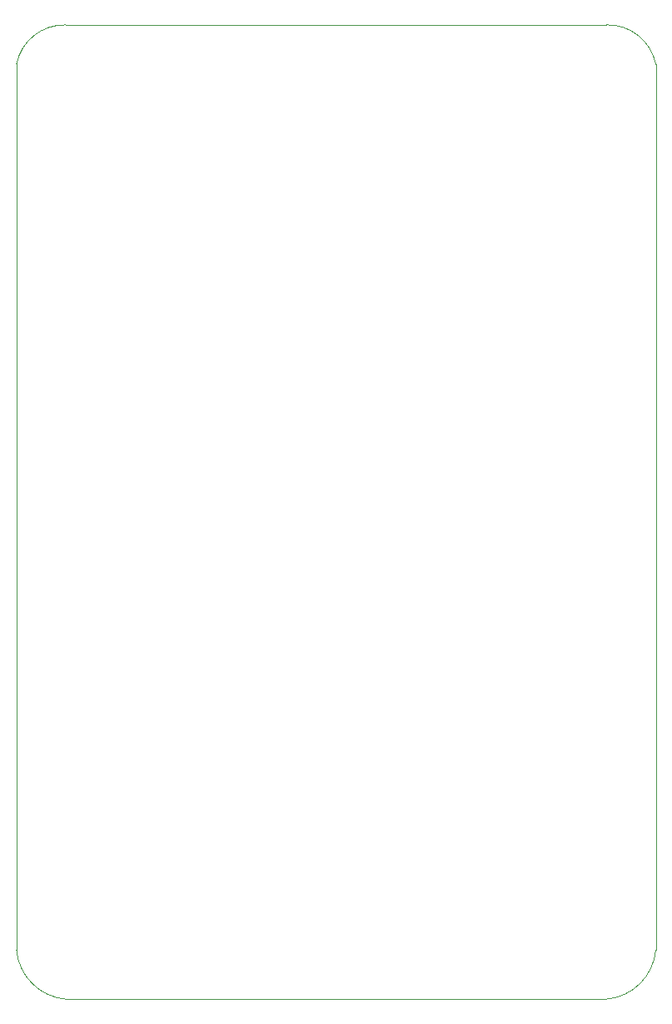
<source format=gbr>
%TF.GenerationSoftware,KiCad,Pcbnew,(6.0.6)*%
%TF.CreationDate,2022-10-06T19:19:23+05:30*%
%TF.ProjectId,ESPNOW-FK,4553504e-4f57-42d4-964b-2e6b69636164,V1.0*%
%TF.SameCoordinates,PX6885d00PY822d320*%
%TF.FileFunction,Profile,NP*%
%FSLAX46Y46*%
G04 Gerber Fmt 4.6, Leading zero omitted, Abs format (unit mm)*
G04 Created by KiCad (PCBNEW (6.0.6)) date 2022-10-06 19:19:23*
%MOMM*%
%LPD*%
G01*
G04 APERTURE LIST*
%TA.AperFunction,Profile*%
%ADD10C,0.100000*%
%TD*%
G04 APERTURE END LIST*
D10*
X5000000Y98999980D02*
G75*
G03*
X0Y95000000I-116500J-4979380D01*
G01*
X5000000Y0D02*
X60000000Y0D01*
X60000000Y99000000D02*
X5000000Y99000000D01*
X65000020Y95000004D02*
G75*
G03*
X60000000Y99000000I-4883520J-979404D01*
G01*
X0Y95000000D02*
X0Y5000000D01*
X60000000Y0D02*
G75*
G03*
X65000000Y5000000I-479400J5479400D01*
G01*
X0Y5000000D02*
G75*
G03*
X5000000Y0I5479400J479400D01*
G01*
X65000000Y5000000D02*
X65000000Y95000000D01*
M02*

</source>
